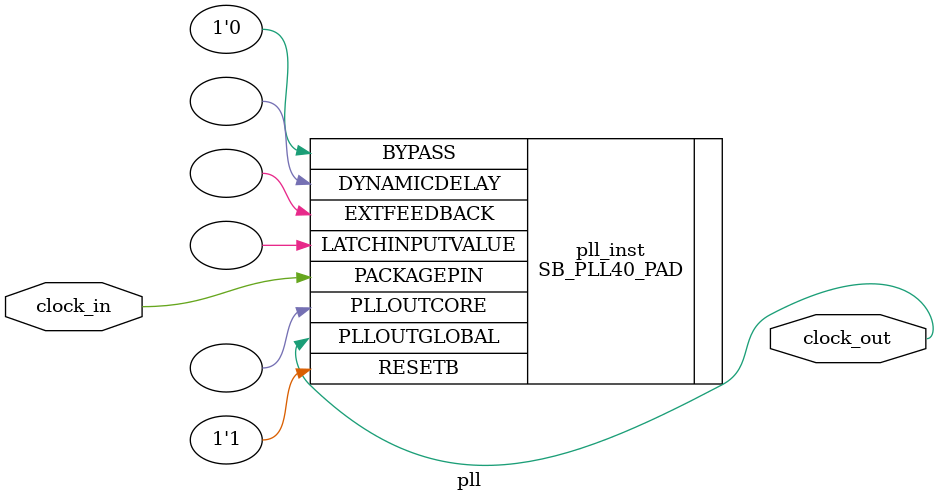
<source format=v>
/**
 * PLL configuration
 *
 * This Verilog module was generated automatically
 * using the icepll tool from the IceStorm project.
 * Use at your own risk.
 *
 * Given input frequency:        12.000 MHz
 * Requested output frequency:   24.000 MHz
 * Achieved output frequency:    24.000 MHz
 */

module pll(
	input  clock_in,
	output clock_out,
	);

	SB_PLL40_PAD #(
		.DIVR(4'b0000),		// DIVR =  0
		.DIVF(7'b0111111),	// DIVF = 63
		.DIVQ(3'b101),		// DIVQ =  5
		.FILTER_RANGE(3'b001),	// FILTER_RANGE = 1
		.FEEDBACK_PATH("SIMPLE"),
		.DELAY_ADJUSTMENT_MODE_FEEDBACK("FIXED"),
		.FDA_FEEDBACK(4'b0000),
		.DELAY_ADJUSTMENT_MODE_RELATIVE("FIXED"),
		.FDA_RELATIVE(4'b0000),
		.SHIFTREG_DIV_MODE(2'b00),
		.PLLOUT_SELECT("GENCLK"),
		.ENABLE_ICEGATE(1'b0)
	) pll_inst (
		.PACKAGEPIN(clock_in),
		.PLLOUTCORE(),
		.PLLOUTGLOBAL(clock_out),
		.EXTFEEDBACK(),
		.DYNAMICDELAY(),
		.RESETB(1'b1),
		.BYPASS(1'b0),
		.LATCHINPUTVALUE(),
	);

endmodule

</source>
